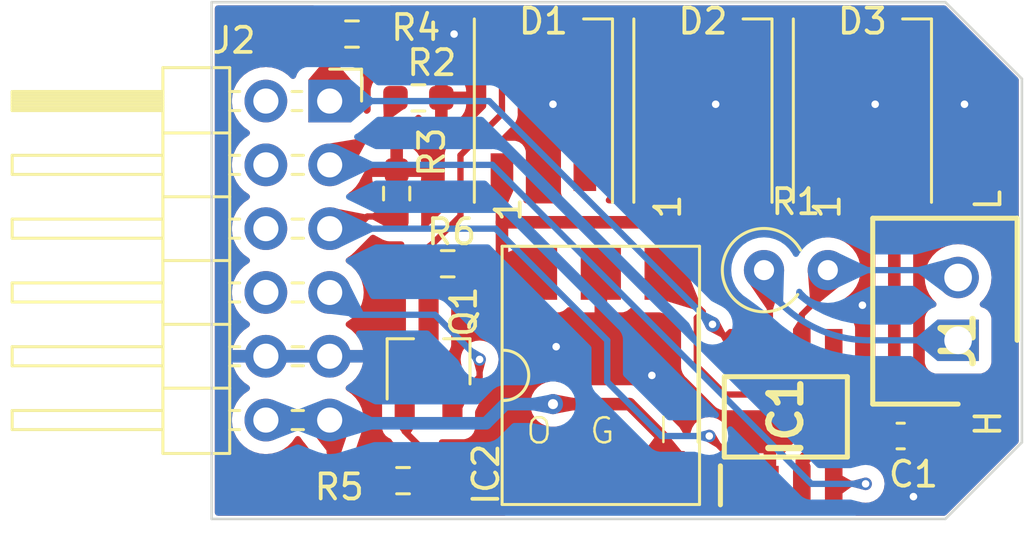
<source format=kicad_pcb>
(kicad_pcb (version 20221018) (generator pcbnew)
  (layers (0 "F.Cu" signal) (31 "B.Cu" signal) (34 "B.Paste" user) (35 "F.Paste" user) (36 "B.SilkS" user "B.Silkscreen") (37 "F.SilkS" user "F.Silkscreen") (38 "B.Mask" user) (39 "F.Mask" user) (44 "Edge.Cuts" user))
  (net 0 "")
  (net 1 "GND")
  (net 2 "/+5V")
  (net 3 "Net-(D1-DOUT)")
  (net 4 "Net-(D1-DIN)")
  (net 5 "Net-(D2-DOUT)")
  (net 7 "Net-(IC1-TXD)")
  (net 8 "Net-(IC1-RXD)")
  (net 9 "+3V3")
  (net 10 "Net-(IC1-CANL)")
  (net 11 "Net-(IC1-CANH)")
  (net 12 "Net-(IC1-S)")
  (net 13 "Net-(J2-Pin_4)")
  (net 18 "Net-(Q1-B)")
  (footprint "SamacSys_Parts:SOIC127P600X175-8N" (layer "F.Cu") (at 157.734 104.394 90)
    (fp_text reference "IC1" (at 0 0 90) (layer "F.SilkS") (effects (font (size 1.27 1.27) (thickness 0.254))))
    (fp_text value "TJA1441AT" hide)
    (fp_line (start -3.5 -2.605) (end -1.95 -2.605) (stroke (width 0.2)) (layer "F.SilkS"))
    (fp_line (start -1.6 -2.45) (end 1.6 -2.45) (stroke (width 0.2)) (layer "F.SilkS"))
    (fp_line (start -1.6 2.45) (end -1.6 -2.45) (stroke (width 0.2)) (layer "F.SilkS"))
    (fp_line (start 1.6 -2.45) (end 1.6 2.45) (stroke (width 0.2)) (layer "F.SilkS"))
    (fp_line (start 1.6 2.45) (end -1.6 2.45) (stroke (width 0.2)) (layer "F.SilkS"))
    (pad "1" smd rect (at -2.725 -1.905 180) (size 0.7 1.55) (layers "F.Cu" "F.Paste" "F.Mask") (net 7 "Net-(IC1-TXD)"))
    (pad "2" smd rect (at -2.725 -0.635 180) (size 0.7 1.55) (layers "F.Cu" "F.Paste" "F.Mask") (net 1 "GND"))
    (pad "3" smd rect (at -2.725 0.635 180) (size 0.7 1.55) (layers "F.Cu" "F.Paste" "F.Mask") (net 2 "/+5V"))
    (pad "4" smd rect (at -2.725 1.905 180) (size 0.7 1.55) (layers "F.Cu" "F.Paste" "F.Mask") (net 8 "Net-(IC1-RXD)"))
    (pad "5" smd rect (at 2.725 1.905 180) (size 0.7 1.55) (layers "F.Cu" "F.Paste" "F.Mask") (net 9 "+3V3"))
    (pad "6" smd rect (at 2.725 0.635 180) (size 0.7 1.55) (layers "F.Cu" "F.Paste" "F.Mask") (net 10 "Net-(IC1-CANL)"))
    (pad "7" smd rect (at 2.725 -0.635 180) (size 0.7 1.55) (layers "F.Cu" "F.Paste" "F.Mask") (net 11 "Net-(IC1-CANH)"))
    (pad "8" smd rect (at 2.725 -1.905 180) (size 0.7 1.55) (layers "F.Cu" "F.Paste" "F.Mask") (net 12 "Net-(IC1-S)"))
  )
  (footprint "MyLibrary:Pmod" (layer "F.Cu") (at 128.273 91.821)
    (fp_text reference "J2" (at 7.49 -2.413) (layer "F.SilkS"))
    (fp_text value "Pmod_Header" hide)
    (fp_line (start -1.34 -0.38) (end -1.34 0.38) (stroke (width 0.12)) (layer "F.SilkS"))
    (fp_line (start -1.34 0.38) (end 4.66 0.38) (stroke (width 0.12)) (layer "F.SilkS"))
    (fp_line (start -1.34 2.16) (end -1.34 2.92) (stroke (width 0.12)) (layer "F.SilkS"))
    (fp_line (start -1.34 2.92) (end 4.66 2.92) (stroke (width 0.12)) (layer "F.SilkS"))
    (fp_line (start -1.34 4.7) (end -1.34 5.46) (stroke (width 0.12)) (layer "F.SilkS"))
    (fp_line (start -1.34 5.46) (end 4.66 5.46) (stroke (width 0.12)) (layer "F.SilkS"))
    (fp_line (start -1.34 7.24) (end -1.34 8) (stroke (width 0.12)) (layer "F.SilkS"))
    (fp_line (start -1.34 8) (end 4.66 8) (stroke (width 0.12)) (layer "F.SilkS"))
    (fp_line (start -1.34 9.78) (end -1.34 10.54) (stroke (width 0.12)) (layer "F.SilkS"))
    (fp_line (start -1.34 10.54) (end 4.66 10.54) (stroke (width 0.12)) (layer "F.SilkS"))
    (fp_line (start -1.34 12.32) (end -1.34 13.08) (stroke (width 0.12)) (layer "F.SilkS"))
    (fp_line (start -1.34 13.08) (end 4.66 13.08) (stroke (width 0.12)) (layer "F.SilkS"))
    (fp_line (start 4.66 -1.33) (end 7.32 -1.33) (stroke (width 0.12)) (layer "F.SilkS"))
    (fp_line (start 4.66 -0.38) (end -1.34 -0.38) (stroke (width 0.12)) (layer "F.SilkS"))
    (fp_line (start 4.66 -0.32) (end -1.34 -0.32) (stroke (width 0.12)) (layer "F.SilkS"))
    (fp_line (start 4.66 -0.2) (end -1.34 -0.2) (stroke (width 0.12)) (layer "F.SilkS"))
    (fp_line (start 4.66 -0.08) (end -1.34 -0.08) (stroke (width 0.12)) (layer "F.SilkS"))
    (fp_line (start 4.66 0.04) (end -1.34 0.04) (stroke (width 0.12)) (layer "F.SilkS"))
    (fp_line (start 4.66 0.16) (end -1.34 0.16) (stroke (width 0.12)) (layer "F.SilkS"))
    (fp_line (start 4.66 0.28) (end -1.34 0.28) (stroke (width 0.12)) (layer "F.SilkS"))
    (fp_line (start 4.66 2.16) (end -1.34 2.16) (stroke (width 0.12)) (layer "F.SilkS"))
    (fp_line (start 4.66 4.7) (end -1.34 4.7) (stroke (width 0.12)) (layer "F.SilkS"))
    (fp_line (start 4.66 7.24) (end -1.34 7.24) (stroke (width 0.12)) (layer "F.SilkS"))
    (fp_line (start 4.66 9.78) (end -1.34 9.78) (stroke (width 0.12)) (layer "F.SilkS"))
    (fp_line (start 4.66 12.32) (end -1.34 12.32) (stroke (width 0.12)) (layer "F.SilkS"))
    (fp_line (start 4.66 14.03) (end 4.66 -1.33) (stroke (width 0.12)) (layer "F.SilkS"))
    (fp_line (start 7.32 -1.33) (end 7.32 14.03) (stroke (width 0.12)) (layer "F.SilkS"))
    (fp_line (start 7.32 1.27) (end 4.66 1.27) (stroke (width 0.12)) (layer "F.SilkS"))
    (fp_line (start 7.32 3.81) (end 4.66 3.81) (stroke (width 0.12)) (layer "F.SilkS"))
    (fp_line (start 7.32 6.35) (end 4.66 6.35) (stroke (width 0.12)) (layer "F.SilkS"))
    (fp_line (start 7.32 8.89) (end 4.66 8.89) (stroke (width 0.12)) (layer "F.SilkS"))
    (fp_line (start 7.32 11.43) (end 4.66 11.43) (stroke (width 0.12)) (layer "F.SilkS"))
    (fp_line (start 7.32 14.03) (end 4.66 14.03) (stroke (width 0.12)) (layer "F.SilkS"))
    (fp_line (start 7.717071 -0.38) (end 7.32 -0.38) (stroke (width 0.12)) (layer "F.SilkS"))
    (fp_line (start 7.717071 0.38) (end 7.32 0.38) (stroke (width 0.12)) (layer "F.SilkS"))
    (fp_line (start 7.717071 2.16) (end 7.32 2.16) (stroke (width 0.12)) (layer "F.SilkS"))
    (fp_line (start 7.717071 2.92) (end 7.32 2.92) (stroke (width 0.12)) (layer "F.SilkS"))
    (fp_line (start 7.717071 4.7) (end 7.32 4.7) (stroke (width 0.12)) (layer "F.SilkS"))
    (fp_line (start 7.717071 5.46) (end 7.32 5.46) (stroke (width 0.12)) (layer "F.SilkS"))
    (fp_line (start 7.717071 7.24) (end 7.32 7.24) (stroke (width 0.12)) (layer "F.SilkS"))
    (fp_line (start 7.717071 8) (end 7.32 8) (stroke (width 0.12)) (layer "F.SilkS"))
    (fp_line (start 7.717071 9.78) (end 7.32 9.78) (stroke (width 0.12)) (layer "F.SilkS"))
    (fp_line (start 7.717071 10.54) (end 7.32 10.54) (stroke (width 0.12)) (layer "F.SilkS"))
    (fp_line (start 7.717071 12.32) (end 7.32 12.32) (stroke (width 0.12)) (layer "F.SilkS"))
    (fp_line (start 7.717071 13.08) (end 7.32 13.08) (stroke (width 0.12)) (layer "F.SilkS"))
    (fp_line (start 10.19 -0.38) (end 9.802929 -0.38) (stroke (width 0.12)) (layer "F.SilkS"))
    (fp_line (start 10.19 0.38) (end 9.802929 0.38) (stroke (width 0.12)) (layer "F.SilkS"))
    (fp_line (start 10.257071 2.16) (end 9.802929 2.16) (stroke (width 0.12)) (layer "F.SilkS"))
    (fp_line (start 10.257071 2.92) (end 9.802929 2.92) (stroke (width 0.12)) (layer "F.SilkS"))
    (fp_line (start 10.257071 4.7) (end 9.802929 4.7) (stroke (width 0.12)) (layer "F.SilkS"))
    (fp_line (start 10.257071 5.46) (end 9.802929 5.46) (stroke (width 0.12)) (layer "F.SilkS"))
    (fp_line (start 10.257071 7.24) (end 9.802929 7.24) (stroke (width 0.12)) (layer "F.SilkS"))
    (fp_line (start 10.257071 8) (end 9.802929 8) (stroke (width 0.12)) (layer "F.SilkS"))
    (fp_line (start 10.257071 9.78) (end 9.802929 9.78) (stroke (width 0.12)) (layer "F.SilkS"))
    (fp_line (start 10.257071 10.54) (end 9.802929 10.54) (stroke (width 0.12)) (layer "F.SilkS"))
    (fp_line (start 10.257071 12.32) (end 9.802929 12.32) (stroke (width 0.12)) (layer "F.SilkS"))
    (fp_line (start 10.257071 13.08) (end 9.802929 13.08) (stroke (width 0.12)) (layer "F.SilkS"))
    (fp_line (start 12.57 -1.27) (end 11.3 -1.27) (stroke (width 0.12)) (layer "F.SilkS"))
    (fp_line (start 12.57 0) (end 12.57 -1.27) (stroke (width 0.12)) (layer "F.SilkS"))
    (pad "1" thru_hole rect (at 11.3 0) (size 1.7 1.7) (drill 1) (layers "*.Cu" "*.Mask") (net 12 "Net-(IC1-S)"))
    (pad "2" thru_hole oval (at 11.3 2.54) (size 1.7 1.7) (drill 1) (layers "*.Cu" "*.Mask") (net 8 "Net-(IC1-RXD)"))
    (pad "3" thru_hole oval (at 11.3 5.08) (size 1.7 1.7) (drill 1) (layers "*.Cu" "*.Mask") (net 7 "Net-(IC1-TXD)"))
    (pad "4" thru_hole oval (at 11.3 7.62) (size 1.7 1.7) (drill 1) (layers "*.Cu" "*.Mask") (net 13 "Net-(J2-Pin_4)"))
    (pad "5" thru_hole oval (at 11.3 10.16) (size 1.7 1.7) (drill 1) (layers "*.Cu" "*.Mask") (net 1 "GND"))
    (pad "6" thru_hole oval (at 11.3 12.7) (size 1.7 1.7) (drill 1) (layers "*.Cu" "*.Mask") (net 9 "+3V3"))
    (pad "7" thru_hole oval (at 8.76 0) (size 1.7 1.7) (drill 1) (layers "*.Cu" "*.Mask"))
    (pad "8" thru_hole oval (at 8.76 2.54) (size 1.7 1.7) (drill 1) (layers "*.Cu" "*.Mask"))
    (pad "9" thru_hole oval (at 8.76 5.08) (size 1.7 1.7) (drill 1) (layers "*.Cu" "*.Mask"))
    (pad "10" thru_hole oval (at 8.76 7.62) (size 1.7 1.7) (drill 1) (layers "*.Cu" "*.Mask"))
    (pad "11" thru_hole oval (at 8.76 10.16) (size 1.7 1.7) (drill 1) (layers "*.Cu" "*.Mask") (net 1 "GND"))
    (pad "12" thru_hole oval (at 8.76 12.7) (size 1.7 1.7) (drill 1) (layers "*.Cu" "*.Mask") (net 9 "+3V3"))
  )
  (footprint "Capacitor_SMD:C_0603_1608Metric_Pad1.08x0.95mm_HandSolder" (layer "F.Cu") (at 162.306 105.156 180)
    (fp_text reference "C1" (at -0.508 -1.524) (layer "F.SilkS"))
    (fp_text value "0.1u")
    (fp_line (start -0.146267 -0.51) (end 0.146267 -0.51) (stroke (width 0.12)) (layer "F.SilkS"))
    (fp_line (start -0.146267 0.51) (end 0.146267 0.51) (stroke (width 0.12)) (layer "F.SilkS"))
    (pad "1" smd roundrect (at -0.8625 0 180) (size 1.075 0.95) (layers "F.Cu" "F.Paste" "F.Mask") (net 1 "GND"))
    (pad "2" smd roundrect (at 0.8625 0 180) (size 1.075 0.95) (layers "F.Cu" "F.Paste" "F.Mask") (net 2 "/+5V"))
  )
  (footprint "LED_SMD:LED_WS2812B_PLCC4_5.0x5.0mm_P3.2mm" (layer "F.Cu") (at 160.782 92.202 90)
    (fp_text reference "D3" (at 3.556 0 180) (layer "F.SilkS"))
    (fp_text value "WS2812B")
    (fp_text user "1" (at -3.8238 -1.397 90) (layer "F.SilkS"))
    (fp_line (start -3.65 -2.75) (end 3.65 -2.75) (stroke (width 0.12)) (layer "F.SilkS"))
    (fp_line (start -3.65 2.75) (end 3.65 2.75) (stroke (width 0.12)) (layer "F.SilkS"))
    (fp_line (start 3.65 2.75) (end 3.65 1.6) (stroke (width 0.12)) (layer "F.SilkS"))
    (pad "1" smd rect (at -2.45 -1.65 90) (size 1.5 0.9) (layers "F.Cu" "F.Paste" "F.Mask") (net 2 "/+5V"))
    (pad "2" smd rect (at -2.45 1.65 90) (size 1.5 0.9) (layers "F.Cu" "F.Paste" "F.Mask"))
    (pad "3" smd rect (at 2.45 1.65 90) (size 1.5 0.9) (layers "F.Cu" "F.Paste" "F.Mask") (net 1 "GND"))
    (pad "4" smd rect (at 2.45 -1.65 90) (size 1.5 0.9) (layers "F.Cu" "F.Paste" "F.Mask") (net 5 "Net-(D2-DOUT)"))
  )
  (footprint "Resistor_SMD:R_0603_1608Metric_Pad0.98x0.95mm_HandSolder" (layer "F.Cu") (at 142.494 106.934)
    (fp_text reference "R5" (at -2.54 0.254) (layer "F.SilkS"))
    (fp_text value "4.7k")
    (fp_line (start -0.254724 -0.5225) (end 0.254724 -0.5225) (stroke (width 0.12)) (layer "F.SilkS"))
    (fp_line (start -0.254724 0.5225) (end 0.254724 0.5225) (stroke (width 0.12)) (layer "F.SilkS"))
    (pad "1" smd roundrect (at -0.9125 0) (size 0.975 0.95) (layers "F.Cu" "F.Paste" "F.Mask") (net 9 "+3V3"))
    (pad "2" smd roundrect (at 0.9125 0) (size 0.975 0.95) (layers "F.Cu" "F.Paste" "F.Mask") (net 18 "Net-(Q1-B)"))
  )
  (footprint "Resistor_SMD:R_0603_1608Metric_Pad0.98x0.95mm_HandSolder" (layer "F.Cu") (at 143.1055 91.694)
    (fp_text reference "R2" (at 0.5315 -1.397) (layer "F.SilkS"))
    (fp_text value "R")
    (fp_line (start -0.254724 -0.5225) (end 0.254724 -0.5225) (stroke (width 0.12)) (layer "F.SilkS"))
    (fp_line (start -0.254724 0.5225) (end 0.254724 0.5225) (stroke (width 0.12)) (layer "F.SilkS"))
    (pad "1" smd roundrect (at -0.9125 0) (size 0.975 0.95) (layers "F.Cu" "F.Paste" "F.Mask") (net 8 "Net-(IC1-RXD)"))
    (pad "2" smd roundrect (at 0.9125 0) (size 0.975 0.95) (layers "F.Cu" "F.Paste" "F.Mask") (net 1 "GND"))
  )
  (footprint "Resistor_THT:R_Axial_DIN0309_L9.0mm_D3.2mm_P2.54mm_Vertical" (layer "F.Cu") (at 156.864 98.552)
    (fp_text reference "R1" (at 1.27 -2.72) (layer "F.SilkS"))
    (fp_text value "120")
    (fp_arc (start 1.344775 0.97138) (mid -1.655812 -0.101418) (end 1.453272 -0.8) (stroke (width 0.12)) (layer "F.SilkS"))
    (pad "1" thru_hole circle (at 0 0) (size 1.6 1.6) (drill 0.8) (layers "*.Cu" "*.Mask") (net 11 "Net-(IC1-CANH)"))
    (pad "2" thru_hole oval (at 2.54 0) (size 1.6 1.6) (drill 0.8) (layers "*.Cu" "*.Mask") (net 10 "Net-(IC1-CANL)"))
  )
  (footprint "LED_SMD:LED_WS2812B_PLCC4_5.0x5.0mm_P3.2mm" (layer "F.Cu") (at 154.432 92.202 90)
    (fp_text reference "D2" (at 3.556 0 180) (layer "F.SilkS"))
    (fp_text value "WS2812B")
    (fp_text user "1" (at -3.8238 -1.397 90) (layer "F.SilkS"))
    (fp_line (start -3.65 -2.75) (end 3.65 -2.75) (stroke (width 0.12)) (layer "F.SilkS"))
    (fp_line (start -3.65 2.75) (end 3.65 2.75) (stroke (width 0.12)) (layer "F.SilkS"))
    (fp_line (start 3.65 2.75) (end 3.65 1.6) (stroke (width 0.12)) (layer "F.SilkS"))
    (pad "1" smd rect (at -2.45 -1.65 90) (size 1.5 0.9) (layers "F.Cu" "F.Paste" "F.Mask") (net 2 "/+5V"))
    (pad "2" smd rect (at -2.45 1.65 90) (size 1.5 0.9) (layers "F.Cu" "F.Paste" "F.Mask") (net 5 "Net-(D2-DOUT)"))
    (pad "3" smd rect (at 2.45 1.65 90) (size 1.5 0.9) (layers "F.Cu" "F.Paste" "F.Mask") (net 1 "GND"))
    (pad "4" smd rect (at 2.45 -1.65 90) (size 1.5 0.9) (layers "F.Cu" "F.Paste" "F.Mask") (net 3 "Net-(D1-DOUT)"))
  )
  (footprint "SamacSys_Parts:SHDR2W64P0X250_1X2_740X575X700P" (layer "F.Cu") (at 164.592 101.346 90)
    (fp_text reference "J1" (at 0 0 90) (layer "F.SilkS") (effects (font (size 1.27 1.27) (thickness 0.254))))
    (fp_text value "B2B-XH-A_LF__SN_" hide)
    (fp_line (start -2.54 -3.4) (end -2.54 0) (stroke (width 0.2)) (layer "F.SilkS"))
    (fp_line (start 0 2.35) (end 4.86 2.35) (stroke (width 0.2)) (layer "F.SilkS"))
    (fp_line (start 4.86 -3.4) (end -2.54 -3.4) (stroke (width 0.2)) (layer "F.SilkS"))
    (fp_line (start 4.86 2.35) (end 4.86 -3.4) (stroke (width 0.2)) (layer "F.SilkS"))
    (pad "1" thru_hole rect (at 0 0 90) (size 1.65 1.65) (drill 1.1) (layers "*.Cu" "*.Mask") (net 11 "Net-(IC1-CANH)"))
    (pad "2" thru_hole circle (at 2.5 0 90) (size 1.65 1.65) (drill 1.1) (layers "*.Cu" "*.Mask") (net 10 "Net-(IC1-CANL)"))
  )
  (footprint "LED_SMD:LED_WS2812B_PLCC4_5.0x5.0mm_P3.2mm" (layer "F.Cu") (at 148.082 92.202 90)
    (fp_text reference "D1" (at 3.556 0 180) (layer "F.SilkS"))
    (fp_text value "WS2812B")
    (fp_text user "1" (at -3.937 -1.397 90) (layer "F.SilkS"))
    (fp_line (start -3.65 -2.75) (end 3.65 -2.75) (stroke (width 0.12)) (layer "F.SilkS"))
    (fp_line (start -3.65 2.75) (end 3.65 2.75) (stroke (width 0.12)) (layer "F.SilkS"))
    (fp_line (start 3.65 2.75) (end 3.65 1.6) (stroke (width 0.12)) (layer "F.SilkS"))
    (pad "1" smd rect (at -2.45 -1.65 90) (size 1.5 0.9) (layers "F.Cu" "F.Paste" "F.Mask") (net 2 "/+5V"))
    (pad "2" smd rect (at -2.45 1.65 90) (size 1.5 0.9) (layers "F.Cu" "F.Paste" "F.Mask") (net 3 "Net-(D1-DOUT)"))
    (pad "3" smd rect (at 2.45 1.65 90) (size 1.5 0.9) (layers "F.Cu" "F.Paste" "F.Mask") (net 1 "GND"))
    (pad "4" smd rect (at 2.45 -1.65 90) (size 1.5 0.9) (layers "F.Cu" "F.Paste" "F.Mask") (net 4 "Net-(D1-DIN)"))
  )
  (footprint "Resistor_SMD:R_0603_1608Metric_Pad0.98x0.95mm_HandSolder" (layer "F.Cu") (at 144.272 98.298)
    (fp_text reference "R6" (at 0.1505 -1.27) (layer "F.SilkS"))
    (fp_text value "10k")
    (fp_line (start -0.254724 -0.5225) (end 0.254724 -0.5225) (stroke (width 0.12)) (layer "F.SilkS"))
    (fp_line (start -0.254724 0.5225) (end 0.254724 0.5225) (stroke (width 0.12)) (layer "F.SilkS"))
    (pad "1" smd roundrect (at -0.9125 0) (size 0.975 0.95) (layers "F.Cu" "F.Paste" "F.Mask") (net 4 "Net-(D1-DIN)"))
    (pad "2" smd roundrect (at 0.9125 0) (size 0.975 0.95) (layers "F.Cu" "F.Paste" "F.Mask") (net 2 "/+5V"))
  )
  (footprint "Resistor_SMD:R_0603_1608Metric_Pad0.98x0.95mm_HandSolder" (layer "F.Cu") (at 140.462 89.154)
    (fp_text reference "R4" (at 2.54 -0.254) (layer "F.SilkS"))
    (fp_text value "R")
    (fp_line (start -0.254724 -0.5225) (end 0.254724 -0.5225) (stroke (width 0.12)) (layer "F.SilkS"))
    (fp_line (start -0.254724 0.5225) (end 0.254724 0.5225) (stroke (width 0.12)) (layer "F.SilkS"))
    (pad "1" smd roundrect (at -0.9125 0) (size 0.975 0.95) (layers "F.Cu" "F.Paste" "F.Mask") (net 12 "Net-(IC1-S)"))
    (pad "2" smd roundrect (at 0.9125 0) (size 0.975 0.95) (layers "F.Cu" "F.Paste" "F.Mask") (net 1 "GND"))
  )
  (footprint "Package_TO_SOT_SMD:SC-59_Handsoldering" (layer "F.Cu") (at 143.51 102.234 90)
    (fp_text reference "Q1" (at 2.031 1.397 90) (layer "F.SilkS"))
    (fp_text value "Q_NPN_BEC")
    (fp_line (start -1.45 -1.65) (end 0.95 -1.65) (stroke (width 0.12)) (layer "F.SilkS"))
    (fp_line (start -0.85 1.65) (end 0.95 1.65) (stroke (width 0.12)) (layer "F.SilkS"))
    (fp_line (start 0.95 -1.65) (end 0.95 -0.6) (stroke (width 0.12)) (layer "F.SilkS"))
    (fp_line (start 0.95 1.65) (end 0.95 0.6) (stroke (width 0.12)) (layer "F.SilkS"))
    (pad "1" smd rect (at -1.65 -0.95 90) (size 1.8 0.8) (layers "F.Cu" "F.Paste" "F.Mask") (net 18 "Net-(Q1-B)"))
    (pad "2" smd rect (at -1.65 0.95 90) (size 1.8 0.8) (layers "F.Cu" "F.Paste" "F.Mask") (net 13 "Net-(J2-Pin_4)"))
    (pad "3" smd rect (at 1.65 0 90) (size 1.8 0.8) (layers "F.Cu" "F.Paste" "F.Mask") (net 4 "Net-(D1-DIN)"))
  )
  (footprint "Resistor_SMD:R_0603_1608Metric_Pad0.98x0.95mm_HandSolder" (layer "F.Cu") (at 142.24 95.504 90)
    (fp_text reference "R3" (at 1.651 1.397 90) (layer "F.SilkS"))
    (fp_text value "R")
    (fp_line (start -0.254724 -0.5225) (end 0.254724 -0.5225) (stroke (width 0.12)) (layer "F.SilkS"))
    (fp_line (start -0.254724 0.5225) (end 0.254724 0.5225) (stroke (width 0.12)) (layer "F.SilkS"))
    (pad "1" smd roundrect (at -0.9125 0 90) (size 0.975 0.95) (layers "F.Cu" "F.Paste" "F.Mask") (net 7 "Net-(IC1-TXD)"))
    (pad "2" smd roundrect (at 0.9125 0 90) (size 0.975 0.95) (layers "F.Cu" "F.Paste" "F.Mask") (net 1 "GND"))
  )
  (footprint "Library:AE-XC9306-5V0" (layer "F.Cu") (at 150.368 102.743 90)
    (fp_text reference "IC2" (at -3.937 -4.572 90) (layer "F.SilkS"))
    (fp_text value "AE_XC9306-5V0")
    (fp_text user "I" (at -1.524 2.794 180 unlocked) (layer "F.SilkS") (effects (font (thickness 0.1)) (justify left bottom)))
    (fp_text user "G" (at -2.794 -0.508 unlocked) (layer "F.SilkS") (effects (font (thickness 0.1)) (justify left bottom)))
    (fp_text user "O" (at -2.794 -3.048 unlocked) (layer "F.SilkS") (effects (font (thickness 0.1)) (justify left bottom)))
    (fp_line (start -5.14 -3.93) (end -5.14 3.93) (stroke (width 0.12)) (layer "F.SilkS"))
    (fp_line (start -5.14 3.93) (end 5.14 3.93) (stroke (width 0.12)) (layer "F.SilkS"))
    (fp_line (start -2.65 3.87) (end 2.65 3.87) (stroke (width 0.12)) (layer "F.SilkS"))
    (fp_line (start 5.14 -3.93) (end -5.14 -3.93) (stroke (width 0.12)) (layer "F.SilkS"))
    (fp_line (start 5.14 3.93) (end 5.14 -3.93) (stroke (width 0.12)) (layer "F.SilkS"))
    (fp_arc (start 1 -3.87) (mid 0 -2.87) (end -1 -3.87) (stroke (width 0.12)) (layer "F.SilkS"))
    (pad "1" smd rect (at -4.045 -2.54 90) (size 2.07 1.6) (layers "F.Cu" "F.Paste" "F.Mask") (net 2 "/+5V"))
    (pad "1" smd rect (at 4.045 -2.54 90) (size 2.07 1.6) (layers "F.Cu" "F.Paste" "F.Mask") (net 2 "/+5V"))
    (pad "2" smd rect (at -4.045 0 90) (size 2.07 1.6) (layers "F.Cu" "F.Paste" "F.Mask") (net 1 "GND"))
    (pad "2" smd rect (at 4.045 0 90) (size 2.07 1.6) (layers "F.Cu" "F.Paste" "F.Mask") (net 1 "GND"))
    (pad "3" smd rect (at -4.045 2.54 90) (size 2.07 1.6) (layers "F.Cu" "F.Paste" "F.Mask") (net 9 "+3V3"))
    (pad "3" smd rect (at 4.045 2.54 90) (size 2.07 1.6) (layers "F.Cu" "F.Paste" "F.Mask") (net 9 "+3V3"))
  )
  (gr_line (start 164.084 87.884) (end 167.132 90.932) (stroke (width 0.1)) (layer "Edge.Cuts"))
  (gr_line (start 167.132 90.932) (end 167.132 105.41) (stroke (width 0.1)) (layer "Edge.Cuts"))
  (gr_line (start 134.874 108.458) (end 134.874 87.884) (stroke (width 0.1)) (layer "Edge.Cuts"))
  (gr_line (start 164.084 108.458) (end 134.874 108.458) (stroke (width 0.1)) (layer "Edge.Cuts"))
  (gr_line (start 164.084 108.458) (end 167.132 105.41) (stroke (width 0.1)) (layer "Edge.Cuts"))
  (gr_line (start 134.874 87.884) (end 164.084 87.884) (stroke (width 0.1)) (layer "Edge.Cuts"))
  (gr_text "H" (at 166.37 105.283 90) (layer "F.SilkS") (effects (font (size 1 1)) (justify left bottom)))
  (gr_text "L" (at 166.37 96.266 90) (layer "F.SilkS") (effects (font (size 1 1)) (justify left bottom)))
  (via (at 164.846 91.948) (size 0.5) (drill 0.3) (layers "F.Cu" "B.Cu") (net 1))
  (via (at 148.59 101.6) (size 0.5) (drill 0.3) (layers "F.Cu" "B.Cu") (net 1))
  (via (at 152.4 102.743) (size 0.5) (drill 0.3) (layers "F.Cu" "B.Cu") (net 1))
  (via (at 160.782 99.949) (size 0.5) (drill 0.3) (layers "F.Cu" "B.Cu") (net 1))
  (via (at 161.29 91.948) (size 0.5) (drill 0.3) (layers "F.Cu" "B.Cu") (net 1))
  (via (at 154.94 91.948) (size 0.5) (drill 0.3) (layers "F.Cu" "B.Cu") (net 1))
  (via (at 144.526 89.154) (size 0.5) (drill 0.3) (layers "F.Cu" "B.Cu") (net 1))
  (via (at 162.814 107.569) (size 0.5) (drill 0.3) (layers "F.Cu" "B.Cu") (net 1))
  (via (at 148.463 91.948) (size 0.5) (drill 0.3) (layers "F.Cu" "B.Cu") (net 1))
  (segment (start 137.033 101.981) (end 139.573 101.981) (width 0.5) (layer "B.Cu") (net 1))
  (segment (start 147.428 98.298) (end 147.828 98.698) (width 0.5) (layer "F.Cu") (net 2))
  (segment (start 152.782 95.757) (end 152.782 95.759) (width 0.5) (layer "F.Cu") (net 2))
  (segment (start 159.132 96.011) (end 159.132 94.652) (width 0.5) (layer "F.Cu") (net 2))
  (segment (start 146.432 94.652) (end 146.432 96.647) (width 0.5) (layer "F.Cu") (net 2))
  (segment (start 159.168 94.652) (end 162.052 97.536) (width 0.5) (layer "F.Cu") (net 2))
  (segment (start 158.369 106.172) (end 159.385 105.156) (width 0.5) (layer "F.Cu") (net 2))
  (segment (start 162.052 97.536) (end 162.052 103.505) (width 0.5) (layer "F.Cu") (net 2))
  (segment (start 152.782 95.759) (end 153.67 96.647) (width 0.5) (layer "F.Cu") (net 2))
  (segment (start 146.432 96.647) (end 151.892 96.647) (width 0.5) (layer "F.Cu") (net 2))
  (segment (start 146.432 96.647) (end 146.432 98.17) (width 0.5) (layer "F.Cu") (net 2))
  (segment (start 161.4435 104.1135) (end 161.4435 105.156) (width 0.5) (layer "F.Cu") (net 2))
  (segment (start 158.496 96.647) (end 159.132 96.011) (width 0.5) (layer "F.Cu") (net 2))
  (segment (start 159.385 105.156) (end 161.4435 105.156) (width 0.5) (layer "F.Cu") (net 2))
  (segment (start 146.432 98.17) (end 146.304 98.298) (width 0.5) (layer "F.Cu") (net 2))
  (segment (start 153.67 96.647) (end 158.496 96.647) (width 0.5) (layer "F.Cu") (net 2))
  (segment (start 162.052 103.505) (end 161.4435 104.1135) (width 0.5) (layer "F.Cu") (net 2))
  (segment (start 159.132 94.652) (end 159.168 94.652) (width 0.5) (layer "F.Cu") (net 2))
  (segment (start 145.1845 98.298) (end 146.304 98.298) (width 0.5) (layer "F.Cu") (net 2))
  (segment (start 151.892 96.647) (end 152.782 95.757) (width 0.5) (layer "F.Cu") (net 2))
  (segment (start 146.304 98.298) (end 147.428 98.298) (width 0.5) (layer "F.Cu") (net 2))
  (segment (start 152.782 95.757) (end 152.782 94.652) (width 0.5) (layer "F.Cu") (net 2))
  (segment (start 158.369 107.119) (end 158.369 106.172) (width 0.5) (layer "F.Cu") (net 2))
  (segment (start 152.782 91.185) (end 152.782 89.752) (width 0.25) (layer "F.Cu") (net 3))
  (segment (start 149.732 94.235) (end 152.782 91.185) (width 0.25) (layer "F.Cu") (net 3))
  (segment (start 143.3595 100.4335) (end 143.51 100.584) (width 0.25) (layer "F.Cu") (net 4))
  (segment (start 144.78 93.98) (end 146.432 92.328) (width 0.25) (layer "F.Cu") (net 4))
  (segment (start 146.432 92.328) (end 146.432 90.514) (width 0.25) (layer "F.Cu") (net 4))
  (segment (start 144.78 96.393) (end 144.78 93.98) (width 0.25) (layer "F.Cu") (net 4))
  (segment (start 143.3595 98.298) (end 143.3595 100.4335) (width 0.25) (layer "F.Cu") (net 4))
  (segment (start 143.3595 97.8135) (end 144.78 96.393) (width 0.25) (layer "F.Cu") (net 4))
  (segment (start 143.3595 98.298) (end 143.3595 97.8135) (width 0.25) (layer "F.Cu") (net 4))
  (segment (start 156.082 94.362) (end 159.132 91.312) (width 0.25) (layer "F.Cu") (net 5))
  (segment (start 159.132 91.312) (end 159.132 89.752) (width 0.25) (layer "F.Cu") (net 5))
  (segment (start 140.716 96.774) (end 141.0735 96.4165) (width 0.25) (layer "F.Cu") (net 7))
  (segment (start 155.829 106.299) (end 155.829 107.119) (width 0.25) (layer "F.Cu") (net 7))
  (segment (start 141.0735 96.4165) (end 142.24 96.4165) (width 0.25) (layer "F.Cu") (net 7))
  (segment (start 154.686 105.156) (end 155.829 106.299) (width 0.25) (layer "F.Cu") (net 7))
  (segment (start 139.7 96.774) (end 140.716 96.774) (width 0.25) (layer "F.Cu") (net 7))
  (segment (start 139.573 96.901) (end 139.7 96.774) (width 0.25) (layer "F.Cu") (net 7))
  (via (at 154.686 105.156) (size 0.5) (drill 0.3) (layers "F.Cu" "B.Cu") (net 7))
  (segment (start 150.622 102.997) (end 150.622 101.346) (width 0.25) (layer "B.Cu") (net 7))
  (segment (start 150.622 101.346) (end 146.177 96.901) (width 0.25) (layer "B.Cu") (net 7))
  (segment (start 154.686 105.156) (end 152.781 105.156) (width 0.25) (layer "B.Cu") (net 7))
  (segment (start 152.781 105.156) (end 150.622 102.997) (width 0.25) (layer "B.Cu") (net 7))
  (segment (start 146.177 96.901) (end 139.573 96.901) (width 0.25) (layer "B.Cu") (net 7))
  (segment (start 139.954 94.361) (end 139.573 94.361) (width 0.25) (layer "F.Cu") (net 8))
  (segment (start 160.909 107.061) (end 159.697 107.061) (width 0.25) (layer "F.Cu") (net 8))
  (segment (start 142.193 92.122) (end 139.954 94.361) (width 0.25) (layer "F.Cu") (net 8))
  (segment (start 159.697 107.061) (end 159.639 107.119) (width 0.25) (layer "F.Cu") (net 8))
  (segment (start 142.193 91.694) (end 142.193 92.122) (width 0.25) (layer "F.Cu") (net 8))
  (via (at 160.909 107.061) (size 0.5) (drill 0.3) (layers "F.Cu" "B.Cu") (net 8))
  (segment (start 158.75 107.061) (end 146.05 94.361) (width 0.25) (layer "B.Cu") (net 8))
  (segment (start 146.05 94.361) (end 139.573 94.361) (width 0.25) (layer "B.Cu") (net 8))
  (segment (start 160.909 107.061) (end 158.75 107.061) (width 0.25) (layer "B.Cu") (net 8))
  (segment (start 154.425058 100.215058) (end 154.188 100.452116) (width 0.25) (layer "F.Cu") (net 9))
  (segment (start 154.188 102.372) (end 155.321 103.505) (width 0.25) (layer "F.Cu") (net 9))
  (segment (start 151.511 103.886) (end 152.908 105.283) (width 0.5) (layer "F.Cu") (net 9))
  (segment (start 158.75 103.505) (end 159.639 102.616) (width 0.25) (layer "F.Cu") (net 9))
  (segment (start 155.321 103.505) (end 158.75 103.505) (width 0.25) (layer "F.Cu") (net 9))
  (segment (start 152.908 98.698) (end 154.425058 100.215058) (width 0.25) (layer "F.Cu") (net 9))
  (segment (start 159.639 102.616) (end 159.639 101.669) (width 0.25) (layer "F.Cu") (net 9))
  (segment (start 148.463 103.886) (end 151.511 103.886) (width 0.5) (layer "F.Cu") (net 9))
  (segment (start 141.5815 106.934) (end 140.716 106.934) (width 0.25) (layer "F.Cu") (net 9))
  (segment (start 139.573 105.791) (end 139.573 104.521) (width 0.25) (layer "F.Cu") (net 9))
  (segment (start 152.908 105.283) (end 152.908 106.788) (width 0.5) (layer "F.Cu") (net 9))
  (segment (start 140.716 106.934) (end 139.573 105.791) (width 0.25) (layer "F.Cu") (net 9))
  (segment (start 154.188 100.452116) (end 154.188 102.372) (width 0.25) (layer "F.Cu") (net 9))
  (via (at 148.463 103.886) (size 0.8) (drill 0.4) (layers "F.Cu" "B.Cu") (net 9))
  (segment (start 148.463 103.886) (end 146.558 103.886) (width 0.5) (layer "B.Cu") (net 9))
  (segment (start 137.033 104.521) (end 139.573 104.521) (width 0.5) (layer "B.Cu") (net 9))
  (segment (start 145.796 104.648) (end 139.573 104.648) (width 0.5) (layer "B.Cu") (net 9))
  (segment (start 146.558 103.886) (end 145.796 104.648) (width 0.5) (layer "B.Cu") (net 9))
  (segment (start 158.369 100.33) (end 159.404 99.295) (width 0.25) (layer "F.Cu") (net 10))
  (segment (start 159.404 99.295) (end 159.404 98.552) (width 0.25) (layer "F.Cu") (net 10))
  (segment (start 158.369 101.669) (end 158.369 100.33) (width 0.25) (layer "F.Cu") (net 10))
  (segment (start 164.298 98.552) (end 164.592 98.846) (width 0.25) (layer "B.Cu") (net 10))
  (segment (start 159.404 98.552) (end 164.298 98.552) (width 0.25) (layer "B.Cu") (net 10))
  (segment (start 157.099 98.787) (end 156.864 98.552) (width 0.25) (layer "F.Cu") (net 11))
  (segment (start 157.099 101.669) (end 157.099 98.787) (width 0.25) (layer "F.Cu") (net 11))
  (segment (start 161.075068 101.346) (end 164.592 101.346) (width 0.25) (layer "B.Cu") (net 11))
  (segment (start 156.864 99.206) (end 157.539534 99.881534) (width 0.25) (layer "B.Cu") (net 11))
  (segment (start 156.864 98.552) (end 156.864 99.206) (width 0.25) (layer "B.Cu") (net 11))
  (arc (start 157.539534 99.881534) (mid 159.161651 100.965398) (end 161.075068 101.346) (width 0.25) (layer "B.Cu") (net 11))
  (segment (start 139.573 89.1775) (end 139.5495 89.154) (width 0.25) (layer "F.Cu") (net 12))
  (segment (start 139.573 91.821) (end 139.573 89.1775) (width 0.25) (layer "F.Cu") (net 12))
  (segment (start 154.813 100.711) (end 155.771 101.669) (width 0.25) (layer "F.Cu") (net 12))
  (segment (start 155.771 101.669) (end 155.829 101.669) (width 0.25) (layer "F.Cu") (net 12))
  (via (at 154.813 100.711) (size 0.6) (drill 0.3) (layers "F.Cu" "B.Cu") (net 12))
  (segment (start 145.923 91.821) (end 139.573 91.821) (width 0.25) (layer "B.Cu") (net 12))
  (segment (start 154.813 100.711) (end 145.923 91.821) (width 0.25) (layer "B.Cu") (net 12))
  (segment (start 145.542 102.802) (end 144.46 103.884) (width 0.25) (layer "F.Cu") (net 13))
  (segment (start 145.542 102.108) (end 145.542 102.802) (width 0.25) (layer "F.Cu") (net 13))
  (via (at 145.542 102.108) (size 0.5) (drill 0.3) (layers "F.Cu" "B.Cu") (net 13))
  (segment (start 143.764 100.33) (end 140.462 100.33) (width 0.25) (layer "B.Cu") (net 13))
  (segment (start 145.542 102.108) (end 143.764 100.33) (width 0.25) (layer "B.Cu") (net 13))
  (segment (start 140.462 100.33) (end 139.573 99.441) (width 0.25) (layer "B.Cu") (net 13))
  (segment (start 142.5975 103.9215) (end 142.56 103.884) (width 0.25) (layer "F.Cu") (net 18))
  (segment (start 143.4065 106.934) (end 143.4065 105.8145) (width 0.25) (layer "F.Cu") (net 18))
  (segment (start 143.4065 105.8145) (end 142.56 104.968) (width 0.25) (layer "F.Cu") (net 18))
  (segment (start 142.56 104.968) (end 142.56 103.884) (width 0.25) (layer "F.Cu") (net 18))
  (zone (net 1) (net_name "GND") (layer "F.Cu") (connect_pads (clearance 0.5)) (min_thickness 0.25) (fill yes (thermal_gap 0.5) (thermal_bridge_width 0.5))
    (polygon (pts (xy 135.001 88.011) (xy 164.084 88.011) (xy 167.005 90.932) (xy 167.005 105.41) (xy 164.084 108.331) (xy 135.001 108.331)))
  )
  (zone (net 1) (net_name "GND") (layer "B.Cu") (connect_pads (clearance 0.5)) (min_thickness 0.25) (fill yes (thermal_gap 0.5) (thermal_bridge_width 0.5))
    (polygon (pts (xy 135.001 88.011) (xy 164.084 88.011) (xy 167.005 90.932) (xy 167.005 105.41) (xy 164.084 108.331) (xy 135.001 108.331)))
  )
)
</source>
